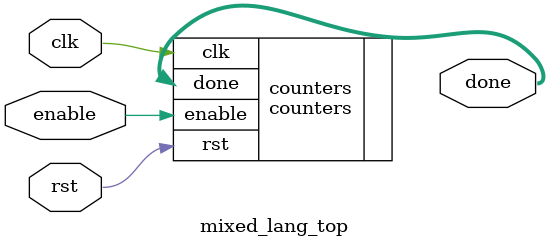
<source format=sv>

`timescale 1 ps / 1 ps

module mixed_lang_top (
    input                                       clk,
    input                                       rst,
    input                                       enable,
    output reg [3:0]                            done

);


  counters counters (
      .clk(clk),
      .rst(rst),
      .enable(enable),
      .done(done));

endmodule

</source>
